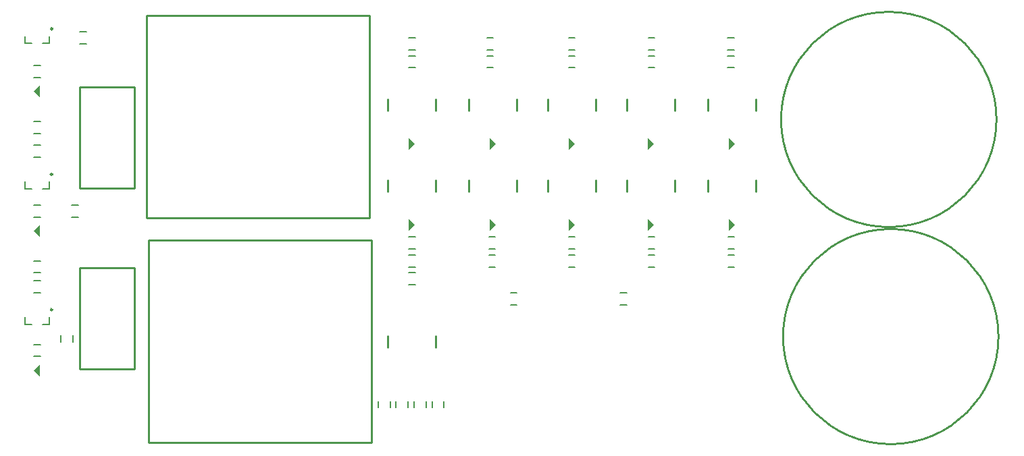
<source format=gto>
G04 Layer_Color=65535*
%FSAX24Y24*%
%MOIN*%
G70*
G01*
G75*
%ADD26C,0.0100*%
%ADD27C,0.0098*%
%ADD28C,0.0079*%
G36*
X028550Y-010600D02*
X028250Y-010900D01*
Y-010300D01*
X028550Y-010600D01*
D02*
G37*
G36*
X032450D02*
X032150Y-010900D01*
Y-010300D01*
X032450Y-010600D01*
D02*
G37*
G36*
X036350D02*
X036050Y-010900D01*
Y-010300D01*
X036350Y-010600D01*
D02*
G37*
G36*
X006050Y-018100D02*
X005750Y-017800D01*
X006050Y-017500D01*
Y-018100D01*
D02*
G37*
G36*
Y-011200D02*
X005750Y-010900D01*
X006050Y-010600D01*
Y-011200D01*
D02*
G37*
G36*
X024550Y-010600D02*
X024250Y-010900D01*
Y-010300D01*
X024550Y-010600D01*
D02*
G37*
G36*
X040350D02*
X040050Y-010900D01*
Y-010300D01*
X040350Y-010600D01*
D02*
G37*
G36*
X036350Y-006600D02*
X036050Y-006900D01*
Y-006300D01*
X036350Y-006600D01*
D02*
G37*
G36*
X040350D02*
X040050Y-006900D01*
Y-006300D01*
X040350Y-006600D01*
D02*
G37*
G36*
X006050Y-004300D02*
X005750Y-004000D01*
X006050Y-003700D01*
Y-004300D01*
D02*
G37*
G36*
X024550Y-006600D02*
X024250Y-006900D01*
Y-006300D01*
X024550Y-006600D01*
D02*
G37*
G36*
X028550D02*
X028250Y-006900D01*
Y-006300D01*
X028550Y-006600D01*
D02*
G37*
G36*
X032450D02*
X032150Y-006900D01*
Y-006300D01*
X032450Y-006600D01*
D02*
G37*
D26*
X053346Y-016142D02*
G03*
X053346Y-016142I-005315J000000D01*
G01*
X053248Y-005413D02*
G03*
X053248Y-005413I-005315J000000D01*
G01*
X010700Y-008799D02*
Y-006299D01*
X008000Y-008799D02*
X010700D01*
X008000D02*
Y-003799D01*
X010700D01*
Y-006299D02*
Y-003799D01*
Y-017756D02*
Y-015256D01*
X008000Y-017756D02*
X010700D01*
X008000D02*
Y-012756D01*
X010700D01*
Y-015256D02*
Y-012756D01*
X011303Y-010268D02*
Y-000268D01*
Y-010268D02*
X022303D01*
Y-000268D01*
X011303D02*
X022303D01*
X023219Y-004976D02*
Y-004424D01*
X025581Y-004976D02*
Y-004424D01*
X029581Y-004976D02*
Y-004424D01*
X027219Y-004976D02*
Y-004424D01*
X031119Y-004976D02*
Y-004424D01*
X033481Y-004976D02*
Y-004424D01*
X037381Y-004976D02*
Y-004424D01*
X035019Y-004976D02*
Y-004424D01*
X039019Y-004976D02*
Y-004424D01*
X041381Y-004976D02*
Y-004424D01*
X025581Y-008976D02*
Y-008424D01*
X023219Y-008976D02*
Y-008424D01*
X027219Y-008976D02*
Y-008424D01*
X029581Y-008976D02*
Y-008424D01*
X033481Y-008976D02*
Y-008424D01*
X031119Y-008976D02*
Y-008424D01*
X037381Y-008976D02*
Y-008424D01*
X035019Y-008976D02*
Y-008424D01*
X041381Y-008976D02*
Y-008424D01*
X039019Y-008976D02*
Y-008424D01*
X023219Y-016676D02*
Y-016124D01*
X025581Y-016676D02*
Y-016124D01*
X011402Y-011390D02*
X022402D01*
Y-021390D02*
Y-011390D01*
X011402Y-021390D02*
X022402D01*
X011402D02*
Y-011390D01*
D27*
X006663Y-000935D02*
G03*
X006663Y-000935I-000049J000000D01*
G01*
Y-008120D02*
G03*
X006663Y-008120I-000049J000000D01*
G01*
Y-014813D02*
G03*
X006663Y-014813I-000049J000000D01*
G01*
D28*
X028091Y-001378D02*
X028406D01*
X028091Y-001969D02*
X028406D01*
X036063Y-001378D02*
X036378D01*
X036063Y-001969D02*
X036378D01*
X028091Y-002854D02*
X028406D01*
X028091Y-002264D02*
X028406D01*
X036063Y-002854D02*
X036378D01*
X036063Y-002264D02*
X036378D01*
X022736Y-019646D02*
Y-019331D01*
X023327Y-019646D02*
Y-019331D01*
X025098Y-019646D02*
Y-019331D01*
X024508Y-019646D02*
Y-019331D01*
X023622Y-019646D02*
Y-019331D01*
X024213Y-019646D02*
Y-019331D01*
X025984Y-019646D02*
Y-019331D01*
X025394Y-019646D02*
Y-019331D01*
X006496Y-001654D02*
Y-001299D01*
X006181Y-001654D02*
X006496D01*
X005315D02*
Y-001299D01*
Y-001654D02*
X005630D01*
X007087Y-016398D02*
Y-016083D01*
X007677Y-016398D02*
Y-016083D01*
X008012Y-001673D02*
X008327D01*
X008012Y-001083D02*
X008327D01*
X029272Y-014567D02*
X029587D01*
X029272Y-013976D02*
X029587D01*
X034685Y-014567D02*
X035000D01*
X034685Y-013976D02*
X035000D01*
X005748Y-003346D02*
X006063D01*
X005748Y-002756D02*
X006063D01*
X005748Y-013976D02*
X006063D01*
X005748Y-013386D02*
X006063D01*
X005748Y-012992D02*
X006063D01*
X005748Y-012402D02*
X006063D01*
X006496Y-008839D02*
Y-008484D01*
X006181Y-008839D02*
X006496D01*
X005315D02*
Y-008484D01*
Y-008839D02*
X005630D01*
X005748Y-010236D02*
X006063D01*
X005748Y-009646D02*
X006063D01*
X007618Y-010236D02*
X007933D01*
X007618Y-009646D02*
X007933D01*
X005748Y-017126D02*
X006063D01*
X005748Y-016535D02*
X006063D01*
X006496Y-015532D02*
Y-015177D01*
X006181Y-015532D02*
X006496D01*
X005315D02*
Y-015177D01*
Y-015532D02*
X005630D01*
X005748Y-007283D02*
X006063D01*
X005748Y-006693D02*
X006063D01*
X005748Y-006102D02*
X006063D01*
X005748Y-005512D02*
X006063D01*
X024252Y-002854D02*
X024567D01*
X024252Y-002264D02*
X024567D01*
X040000Y-012106D02*
X040315D01*
X040000Y-012697D02*
X040315D01*
X024252Y-011220D02*
X024567D01*
X024252Y-011811D02*
X024567D01*
X039980Y-001378D02*
X040295D01*
X039980Y-001969D02*
X040295D01*
X024252Y-013583D02*
X024567D01*
X024252Y-012992D02*
X024567D01*
X024252Y-001378D02*
X024567D01*
X024252Y-001969D02*
X024567D01*
X032126Y-002854D02*
X032441D01*
X032126Y-002264D02*
X032441D01*
X032126Y-001378D02*
X032441D01*
X032126Y-001969D02*
X032441D01*
X039980Y-002854D02*
X040295D01*
X039980Y-002264D02*
X040295D01*
X024252Y-012106D02*
X024567D01*
X024252Y-012697D02*
X024567D01*
X028189Y-011220D02*
X028504D01*
X028189Y-011811D02*
X028504D01*
X028189Y-012106D02*
X028504D01*
X028189Y-012697D02*
X028504D01*
X032126Y-011220D02*
X032441D01*
X032126Y-011811D02*
X032441D01*
X032126Y-012106D02*
X032441D01*
X032126Y-012697D02*
X032441D01*
X036063Y-011220D02*
X036378D01*
X036063Y-011811D02*
X036378D01*
X036063Y-012106D02*
X036378D01*
X036063Y-012697D02*
X036378D01*
X040000Y-011220D02*
X040315D01*
X040000Y-011811D02*
X040315D01*
M02*

</source>
